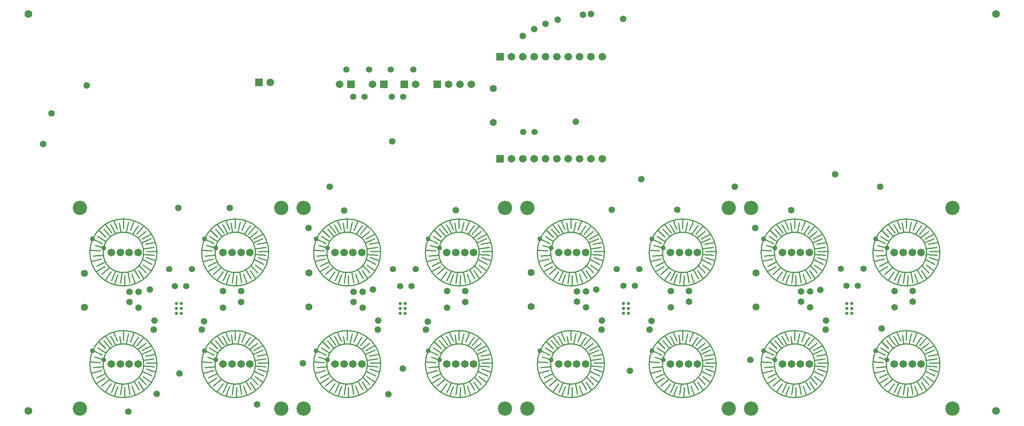
<source format=gbs>
G04 Layer_Color=16711935*
%FSLAX25Y25*%
%MOIN*%
G70*
G01*
G75*
%ADD13C,0.01000*%
%ADD34C,0.12611*%
%ADD35C,0.04343*%
%ADD36C,0.06706*%
%ADD37C,0.06312*%
%ADD38R,0.06706X0.06706*%
%ADD39C,0.06706*%
%ADD40C,0.05524*%
%ADD41C,0.06800*%
%ADD42C,0.05800*%
%ADD43C,0.02768*%
D13*
X988315Y284563D02*
G03*
X988315Y284563I-29527J0D01*
G01*
X976546Y284602D02*
G03*
X976546Y284602I-17758J0D01*
G01*
Y186177D02*
G03*
X976546Y186177I-17758J0D01*
G01*
X988315Y186138D02*
G03*
X988315Y186138I-29527J0D01*
G01*
X1074971Y284602D02*
G03*
X1074971Y284602I-17758J0D01*
G01*
X1086740Y284563D02*
G03*
X1086740Y284563I-29527J0D01*
G01*
X1074971Y186177D02*
G03*
X1074971Y186177I-17758J0D01*
G01*
X1086740Y186138D02*
G03*
X1086740Y186138I-29527J0D01*
G01*
X889740D02*
G03*
X889740Y186138I-29527J0D01*
G01*
X877971Y186177D02*
G03*
X877971Y186177I-17758J0D01*
G01*
X889740Y284563D02*
G03*
X889740Y284563I-29527J0D01*
G01*
X877971Y284602D02*
G03*
X877971Y284602I-17758J0D01*
G01*
X791315Y186138D02*
G03*
X791315Y186138I-29527J0D01*
G01*
X779546Y186177D02*
G03*
X779546Y186177I-17758J0D01*
G01*
Y284602D02*
G03*
X779546Y284602I-17758J0D01*
G01*
X791315Y284563D02*
G03*
X791315Y284563I-29527J0D01*
G01*
X594315D02*
G03*
X594315Y284563I-29527J0D01*
G01*
X582546Y284602D02*
G03*
X582546Y284602I-17758J0D01*
G01*
Y186177D02*
G03*
X582546Y186177I-17758J0D01*
G01*
X594315Y186138D02*
G03*
X594315Y186138I-29527J0D01*
G01*
X680971Y284602D02*
G03*
X680971Y284602I-17758J0D01*
G01*
X692740Y284563D02*
G03*
X692740Y284563I-29527J0D01*
G01*
X680971Y186177D02*
G03*
X680971Y186177I-17758J0D01*
G01*
X692740Y186138D02*
G03*
X692740Y186138I-29527J0D01*
G01*
X495740D02*
G03*
X495740Y186138I-29527J0D01*
G01*
X483971Y186177D02*
G03*
X483971Y186177I-17758J0D01*
G01*
X495740Y284563D02*
G03*
X495740Y284563I-29527J0D01*
G01*
X483971Y284602D02*
G03*
X483971Y284602I-17758J0D01*
G01*
X397315Y186138D02*
G03*
X397315Y186138I-29527J0D01*
G01*
X385546Y186177D02*
G03*
X385546Y186177I-17758J0D01*
G01*
Y284602D02*
G03*
X385546Y284602I-17758J0D01*
G01*
X397315Y284563D02*
G03*
X397315Y284563I-29527J0D01*
G01*
X948000Y161295D02*
X951898Y169405D01*
X948000Y259720D02*
X951898Y267831D01*
X1073079Y293145D02*
X1081622Y296964D01*
X947567Y309287D02*
X951937Y301492D01*
X947567Y210862D02*
X951937Y203067D01*
X1073512Y296571D02*
X1081504Y300862D01*
X1074811Y287949D02*
X1084024Y289208D01*
X1074693Y273618D02*
X1081583Y268500D01*
X976386Y287949D02*
X985599Y289208D01*
X1073512Y198145D02*
X1081504Y202437D01*
X1073866Y179957D02*
X1082252Y175823D01*
X1074969Y184445D02*
X1084260Y183815D01*
X1076465Y193303D02*
X1085284Y194957D01*
X975441Y179957D02*
X983827Y175823D01*
X976543Y184445D02*
X985835Y183815D01*
X978039Y193303D02*
X986858Y194957D01*
X1076465Y291728D02*
X1085284Y293382D01*
X978039Y291728D02*
X986858Y293382D01*
X1074969Y282870D02*
X1084260Y282240D01*
X1077567Y285626D02*
X1086583Y285508D01*
X979142Y285626D02*
X988158Y285508D01*
X976543Y282870D02*
X985835Y282240D01*
X1073866Y278382D02*
X1082252Y274248D01*
X1077095Y280153D02*
X1085441Y277476D01*
X978669Y280153D02*
X987016Y277476D01*
X975441Y278382D02*
X983827Y274248D01*
X1073079Y194720D02*
X1081622Y198539D01*
X1074811Y189523D02*
X1084024Y190783D01*
X1077567Y187201D02*
X1086583Y187082D01*
X976386Y189523D02*
X985599Y190783D01*
X979142Y187201D02*
X988158Y187082D01*
X1077095Y181728D02*
X1085441Y179051D01*
X978669Y181728D02*
X987016Y179051D01*
X1074693Y175193D02*
X1081583Y170075D01*
X931858Y296492D02*
X939969Y292437D01*
X936071Y200547D02*
X943394Y195705D01*
X942646Y161649D02*
X947921Y168933D01*
X942646Y260075D02*
X947921Y267358D01*
X974654Y293145D02*
X983197Y296964D01*
X955992Y159208D02*
X957370Y168382D01*
X962646Y168775D02*
X964457Y159523D01*
X968158Y171019D02*
X972508Y163572D01*
X972055Y170153D02*
X976780Y163145D01*
X955992Y257634D02*
X957370Y266807D01*
X962646Y267201D02*
X964457Y257949D01*
X1030284Y296492D02*
X1038394Y292437D01*
X1034496Y200547D02*
X1041819Y195705D01*
X1041071Y161649D02*
X1046347Y168933D01*
X1041071Y260075D02*
X1046347Y267358D01*
X1066583Y171019D02*
X1070952Y163539D01*
X1049142Y158067D02*
X1052134Y166649D01*
X1064496Y166925D02*
X1067567Y158854D01*
X1049142Y256492D02*
X1052134Y265075D01*
X1064496Y265350D02*
X1067567Y257279D01*
X942882Y309130D02*
X948591Y301728D01*
X936071Y298972D02*
X943394Y294130D01*
X933739Y290873D02*
X941386Y288421D01*
X935126Y272673D02*
X943000Y276374D01*
X939417Y265193D02*
X946780Y271413D01*
X942882Y210705D02*
X948591Y203303D01*
X937055Y205862D02*
X943039Y199917D01*
X933308Y192586D02*
X941386Y189996D01*
X935126Y174248D02*
X943000Y177949D01*
X939417Y166768D02*
X946780Y172988D01*
X934693Y169287D02*
X942370Y173815D01*
X975087Y296571D02*
X983079Y300862D01*
X970480D02*
X976622Y307870D01*
X966662Y300705D02*
X971937Y308224D01*
X955129Y310487D02*
X956504Y302201D01*
X972055Y268579D02*
X976780Y261571D01*
X976268Y273618D02*
X983158Y268500D01*
X968158Y269445D02*
X972756Y261925D01*
X972410Y273145D02*
X978512Y266768D01*
X971347Y199012D02*
X978512Y204642D01*
X966662Y202279D02*
X971937Y209799D01*
X955539Y210466D02*
X956504Y203775D01*
X975087Y198145D02*
X983079Y202437D01*
X970480D02*
X976622Y209445D01*
X972410Y174720D02*
X978512Y168342D01*
X1039732Y305193D02*
X1045874Y298421D01*
X1034496Y298972D02*
X1041819Y294130D01*
X1041307Y309130D02*
X1047016Y301728D01*
X1031779Y290997D02*
X1039811Y288421D01*
X1033551Y272673D02*
X1041425Y276374D01*
X1037843Y265193D02*
X1045205Y271413D01*
X1039732Y206768D02*
X1045874Y199996D01*
X1041307Y210705D02*
X1047016Y203303D01*
X1035480Y205862D02*
X1041465Y199917D01*
X1033551Y174248D02*
X1041425Y177949D01*
X1037843Y166768D02*
X1045205Y172988D01*
X1033118Y169287D02*
X1040795Y173815D01*
X1065087Y300705D02*
X1070362Y308224D01*
X1059417Y302319D02*
X1061543Y311295D01*
X1048630Y312712D02*
X1052016Y304957D01*
X1066583Y269445D02*
X1071137Y261648D01*
X1070835Y273145D02*
X1076937Y266768D01*
X1069772Y199012D02*
X1076937Y204642D01*
X1065087Y202279D02*
X1070362Y209799D01*
X1059417Y203894D02*
X1061543Y212870D01*
X1048630Y214287D02*
X1052016Y206531D01*
X1070835Y174720D02*
X1076937Y168342D01*
X937055Y304287D02*
X943039Y298342D01*
X929378Y286571D02*
X938394Y286019D01*
X932173Y281610D02*
X941228Y282201D01*
X930559Y276768D02*
X939536Y278775D01*
X934693Y267712D02*
X942370Y272240D01*
X931858Y198067D02*
X939969Y194012D01*
X929378Y188145D02*
X938394Y187594D01*
X932173Y183185D02*
X941228Y183775D01*
X930559Y178342D02*
X939536Y180350D01*
X971347Y297437D02*
X978512Y303067D01*
X974654Y194720D02*
X983197Y198539D01*
X976268Y175193D02*
X983158Y170075D01*
X1035480Y304287D02*
X1041465Y298342D01*
X1030599Y281610D02*
X1039654Y282201D01*
X1027803Y286571D02*
X1036819Y286019D01*
X1028984Y276768D02*
X1037961Y278775D01*
X1033118Y267712D02*
X1040795Y272240D01*
X1030284Y198067D02*
X1038394Y194012D01*
X1032853Y192227D02*
X1039811Y189996D01*
X1027803Y188145D02*
X1036819Y187594D01*
X1030599Y183185D02*
X1039654Y183775D01*
X1028984Y178342D02*
X1037961Y180350D01*
X1069772Y297437D02*
X1076937Y303067D01*
X950717Y158067D02*
X953709Y166649D01*
X950717Y256492D02*
X953709Y265075D01*
X959654Y156846D02*
X959929Y165626D01*
X959654Y255271D02*
X959929Y264051D01*
X966071Y166925D02*
X969142Y158854D01*
X966071Y265350D02*
X969142Y257279D01*
X1046425Y161295D02*
X1050323Y169405D01*
X1046425Y259720D02*
X1050323Y267831D01*
X1054417Y159208D02*
X1055795Y168382D01*
X1058079Y156846D02*
X1058354Y165626D01*
X1054417Y257634D02*
X1055795Y266807D01*
X1058079Y255271D02*
X1058354Y264051D01*
X1061071Y168775D02*
X1062882Y159523D01*
X1061071Y267201D02*
X1062882Y257949D01*
X1070480Y170153D02*
X1075205Y163145D01*
X941307Y305193D02*
X947449Y298421D01*
X941307Y206768D02*
X947449Y199996D01*
X950205Y312712D02*
X953591Y304957D01*
X950205Y214287D02*
X953591Y206531D01*
X958788Y305705D02*
Y314051D01*
X960992Y302319D02*
X963118Y311295D01*
X960992Y203894D02*
X963118Y212870D01*
X958788Y207279D02*
Y215626D01*
X964693Y304327D02*
X968000Y312279D01*
X964693Y205901D02*
X968000Y213854D01*
X1045992Y309287D02*
X1050362Y301492D01*
X1045992Y210862D02*
X1050362Y203067D01*
X1053569Y310394D02*
X1054929Y302201D01*
X1057213Y305705D02*
Y314051D01*
X1053756Y211925D02*
X1054929Y203775D01*
X1057213Y207279D02*
Y215626D01*
X1063118Y304327D02*
X1066425Y312279D01*
X1063118Y205901D02*
X1066425Y213854D01*
X1068906Y300862D02*
X1075047Y307870D01*
X1070480Y268579D02*
X1075205Y261571D01*
X1068906Y202437D02*
X1075047Y209445D01*
X871906Y202437D02*
X878047Y209445D01*
X873480Y268579D02*
X878205Y261571D01*
X871906Y300862D02*
X878047Y307870D01*
X866118Y205901D02*
X869425Y213854D01*
X866118Y304327D02*
X869425Y312279D01*
X860213Y207279D02*
Y215626D01*
X856756Y211925D02*
X857929Y203775D01*
X860213Y305705D02*
Y314051D01*
X856569Y310394D02*
X857929Y302201D01*
X848992Y210862D02*
X853362Y203067D01*
X848992Y309287D02*
X853362Y301492D01*
X767693Y205901D02*
X771000Y213854D01*
X767693Y304327D02*
X771000Y312279D01*
X761788Y207279D02*
Y215626D01*
X763992Y203894D02*
X766118Y212870D01*
X763992Y302319D02*
X766118Y311295D01*
X761788Y305705D02*
Y314051D01*
X753205Y214287D02*
X756591Y206531D01*
X753205Y312712D02*
X756591Y304957D01*
X744307Y206768D02*
X750449Y199996D01*
X744307Y305193D02*
X750449Y298421D01*
X873480Y170153D02*
X878205Y163145D01*
X864071Y267201D02*
X865882Y257949D01*
X864071Y168775D02*
X865882Y159523D01*
X861079Y255271D02*
X861354Y264051D01*
X857417Y257634D02*
X858795Y266807D01*
X861079Y156846D02*
X861354Y165626D01*
X857417Y159208D02*
X858795Y168382D01*
X849425Y259720D02*
X853323Y267831D01*
X849425Y161295D02*
X853323Y169405D01*
X769071Y265350D02*
X772142Y257279D01*
X769071Y166925D02*
X772142Y158854D01*
X762654Y255271D02*
X762929Y264051D01*
X762654Y156846D02*
X762929Y165626D01*
X753717Y256492D02*
X756709Y265075D01*
X753717Y158067D02*
X756709Y166649D01*
X872772Y297437D02*
X879937Y303067D01*
X831984Y178342D02*
X840961Y180350D01*
X833599Y183185D02*
X842654Y183775D01*
X830803Y188145D02*
X839819Y187594D01*
X835853Y192227D02*
X842811Y189996D01*
X833284Y198067D02*
X841394Y194012D01*
X836118Y267712D02*
X843795Y272240D01*
X831984Y276768D02*
X840961Y278775D01*
X830803Y286571D02*
X839819Y286019D01*
X833599Y281610D02*
X842654Y282201D01*
X838480Y304287D02*
X844465Y298342D01*
X779268Y175193D02*
X786158Y170075D01*
X777654Y194720D02*
X786197Y198539D01*
X774347Y297437D02*
X781512Y303067D01*
X733559Y178342D02*
X742536Y180350D01*
X735173Y183185D02*
X744228Y183775D01*
X732378Y188145D02*
X741394Y187594D01*
X734858Y198067D02*
X742969Y194012D01*
X737693Y267712D02*
X745370Y272240D01*
X733559Y276768D02*
X742536Y278775D01*
X735173Y281610D02*
X744228Y282201D01*
X732378Y286571D02*
X741394Y286019D01*
X740055Y304287D02*
X746039Y298342D01*
X873835Y174720D02*
X879937Y168342D01*
X851630Y214287D02*
X855016Y206531D01*
X862417Y203894D02*
X864543Y212870D01*
X868087Y202279D02*
X873362Y209799D01*
X872772Y199012D02*
X879937Y204642D01*
X873835Y273145D02*
X879937Y266768D01*
X869583Y269445D02*
X874137Y261648D01*
X851630Y312712D02*
X855016Y304957D01*
X862417Y302319D02*
X864543Y311295D01*
X868087Y300705D02*
X873362Y308224D01*
X836118Y169287D02*
X843795Y173815D01*
X840843Y166768D02*
X848205Y172988D01*
X836551Y174248D02*
X844425Y177949D01*
X838480Y205862D02*
X844465Y199917D01*
X844307Y210705D02*
X850016Y203303D01*
X842732Y206768D02*
X848874Y199996D01*
X840843Y265193D02*
X848205Y271413D01*
X836551Y272673D02*
X844425Y276374D01*
X834779Y290997D02*
X842811Y288421D01*
X844307Y309130D02*
X850016Y301728D01*
X837496Y298972D02*
X844819Y294130D01*
X842732Y305193D02*
X848874Y298421D01*
X775410Y174720D02*
X781512Y168342D01*
X773480Y202437D02*
X779622Y209445D01*
X778087Y198145D02*
X786079Y202437D01*
X758539Y210466D02*
X759504Y203775D01*
X769662Y202279D02*
X774937Y209799D01*
X774347Y199012D02*
X781512Y204642D01*
X775410Y273145D02*
X781512Y266768D01*
X771158Y269445D02*
X775756Y261925D01*
X779268Y273618D02*
X786158Y268500D01*
X775055Y268579D02*
X779780Y261571D01*
X758129Y310487D02*
X759504Y302201D01*
X769662Y300705D02*
X774937Y308224D01*
X773480Y300862D02*
X779622Y307870D01*
X778087Y296571D02*
X786079Y300862D01*
X737693Y169287D02*
X745370Y173815D01*
X742417Y166768D02*
X749780Y172988D01*
X738126Y174248D02*
X746000Y177949D01*
X736308Y192586D02*
X744386Y189996D01*
X740055Y205862D02*
X746039Y199917D01*
X745882Y210705D02*
X751591Y203303D01*
X742417Y265193D02*
X749780Y271413D01*
X738126Y272673D02*
X746000Y276374D01*
X736739Y290873D02*
X744386Y288421D01*
X739071Y298972D02*
X746394Y294130D01*
X745882Y309130D02*
X751591Y301728D01*
X867496Y265350D02*
X870567Y257279D01*
X852142Y256492D02*
X855134Y265075D01*
X867496Y166925D02*
X870567Y158854D01*
X852142Y158067D02*
X855134Y166649D01*
X869583Y171019D02*
X873952Y163539D01*
X844071Y260075D02*
X849347Y267358D01*
X844071Y161649D02*
X849347Y168933D01*
X837496Y200547D02*
X844819Y195705D01*
X833284Y296492D02*
X841394Y292437D01*
X765646Y267201D02*
X767457Y257949D01*
X758992Y257634D02*
X760370Y266807D01*
X775055Y170153D02*
X779780Y163145D01*
X771158Y171019D02*
X775508Y163572D01*
X765646Y168775D02*
X767457Y159523D01*
X758992Y159208D02*
X760370Y168382D01*
X777654Y293145D02*
X786197Y296964D01*
X745646Y260075D02*
X750921Y267358D01*
X745646Y161649D02*
X750921Y168933D01*
X739071Y200547D02*
X746394Y195705D01*
X734858Y296492D02*
X742969Y292437D01*
X877693Y175193D02*
X884583Y170075D01*
X781669Y181728D02*
X790016Y179051D01*
X880095Y181728D02*
X888441Y179051D01*
X782142Y187201D02*
X791158Y187082D01*
X779386Y189523D02*
X788599Y190783D01*
X880567Y187201D02*
X889583Y187082D01*
X877811Y189523D02*
X887024Y190783D01*
X876079Y194720D02*
X884622Y198539D01*
X778441Y278382D02*
X786827Y274248D01*
X781669Y280153D02*
X790016Y277476D01*
X880095Y280153D02*
X888441Y277476D01*
X876866Y278382D02*
X885252Y274248D01*
X779543Y282870D02*
X788835Y282240D01*
X782142Y285626D02*
X791158Y285508D01*
X880567Y285626D02*
X889583Y285508D01*
X877969Y282870D02*
X887260Y282240D01*
X781039Y291728D02*
X789858Y293382D01*
X879465Y291728D02*
X888284Y293382D01*
X781039Y193303D02*
X789858Y194957D01*
X779543Y184445D02*
X788835Y183815D01*
X778441Y179957D02*
X786827Y175823D01*
X879465Y193303D02*
X888284Y194957D01*
X877969Y184445D02*
X887260Y183815D01*
X876866Y179957D02*
X885252Y175823D01*
X876512Y198145D02*
X884504Y202437D01*
X779386Y287949D02*
X788599Y289208D01*
X877693Y273618D02*
X884583Y268500D01*
X877811Y287949D02*
X887024Y289208D01*
X876512Y296571D02*
X884504Y300862D01*
X750567Y210862D02*
X754937Y203067D01*
X750567Y309287D02*
X754937Y301492D01*
X876079Y293145D02*
X884622Y296964D01*
X751000Y259720D02*
X754898Y267831D01*
X751000Y161295D02*
X754898Y169405D01*
X554000Y161295D02*
X557898Y169405D01*
X554000Y259720D02*
X557898Y267831D01*
X679079Y293145D02*
X687622Y296964D01*
X553567Y309287D02*
X557937Y301492D01*
X553567Y210862D02*
X557937Y203067D01*
X679512Y296571D02*
X687504Y300862D01*
X680811Y287949D02*
X690024Y289208D01*
X680693Y273618D02*
X687583Y268500D01*
X582386Y287949D02*
X591599Y289208D01*
X679512Y198145D02*
X687504Y202437D01*
X679866Y179957D02*
X688252Y175823D01*
X680969Y184445D02*
X690260Y183815D01*
X682465Y193303D02*
X691284Y194957D01*
X581441Y179957D02*
X589827Y175823D01*
X582543Y184445D02*
X591835Y183815D01*
X584039Y193303D02*
X592858Y194957D01*
X682465Y291728D02*
X691284Y293382D01*
X584039Y291728D02*
X592858Y293382D01*
X680969Y282870D02*
X690260Y282240D01*
X683567Y285626D02*
X692583Y285508D01*
X585142Y285626D02*
X594158Y285508D01*
X582543Y282870D02*
X591835Y282240D01*
X679866Y278382D02*
X688252Y274248D01*
X683095Y280153D02*
X691441Y277476D01*
X584669Y280153D02*
X593016Y277476D01*
X581441Y278382D02*
X589827Y274248D01*
X679079Y194720D02*
X687622Y198539D01*
X680811Y189523D02*
X690024Y190783D01*
X683567Y187201D02*
X692583Y187082D01*
X582386Y189523D02*
X591599Y190783D01*
X585142Y187201D02*
X594158Y187082D01*
X683095Y181728D02*
X691441Y179051D01*
X584669Y181728D02*
X593016Y179051D01*
X680693Y175193D02*
X687583Y170075D01*
X537858Y296492D02*
X545969Y292437D01*
X542071Y200547D02*
X549394Y195705D01*
X548646Y161649D02*
X553921Y168933D01*
X548646Y260075D02*
X553921Y267358D01*
X580654Y293145D02*
X589197Y296964D01*
X561992Y159208D02*
X563370Y168382D01*
X568646Y168775D02*
X570457Y159523D01*
X574158Y171019D02*
X578508Y163572D01*
X578055Y170153D02*
X582780Y163145D01*
X561992Y257634D02*
X563370Y266807D01*
X568646Y267201D02*
X570457Y257949D01*
X636284Y296492D02*
X644394Y292437D01*
X640496Y200547D02*
X647819Y195705D01*
X647071Y161649D02*
X652347Y168933D01*
X647071Y260075D02*
X652347Y267358D01*
X672583Y171019D02*
X676952Y163539D01*
X655142Y158067D02*
X658134Y166649D01*
X670496Y166925D02*
X673567Y158854D01*
X655142Y256492D02*
X658134Y265075D01*
X670496Y265350D02*
X673567Y257279D01*
X548882Y309130D02*
X554591Y301728D01*
X542071Y298972D02*
X549394Y294130D01*
X539739Y290873D02*
X547386Y288421D01*
X541126Y272673D02*
X549000Y276374D01*
X545417Y265193D02*
X552780Y271413D01*
X548882Y210705D02*
X554591Y203303D01*
X543055Y205862D02*
X549039Y199917D01*
X539308Y192586D02*
X547386Y189996D01*
X541126Y174248D02*
X549000Y177949D01*
X545417Y166768D02*
X552780Y172988D01*
X540693Y169287D02*
X548370Y173815D01*
X581087Y296571D02*
X589079Y300862D01*
X576480D02*
X582622Y307870D01*
X572662Y300705D02*
X577937Y308224D01*
X561129Y310487D02*
X562504Y302201D01*
X578055Y268579D02*
X582780Y261571D01*
X582268Y273618D02*
X589158Y268500D01*
X574158Y269445D02*
X578756Y261925D01*
X578410Y273145D02*
X584512Y266768D01*
X577347Y199012D02*
X584512Y204642D01*
X572662Y202279D02*
X577937Y209799D01*
X561539Y210466D02*
X562504Y203775D01*
X581087Y198145D02*
X589079Y202437D01*
X576480D02*
X582622Y209445D01*
X578410Y174720D02*
X584512Y168342D01*
X645732Y305193D02*
X651874Y298421D01*
X640496Y298972D02*
X647819Y294130D01*
X647307Y309130D02*
X653016Y301728D01*
X637779Y290997D02*
X645811Y288421D01*
X639551Y272673D02*
X647425Y276374D01*
X643843Y265193D02*
X651205Y271413D01*
X645732Y206768D02*
X651874Y199996D01*
X647307Y210705D02*
X653016Y203303D01*
X641480Y205862D02*
X647465Y199917D01*
X639551Y174248D02*
X647425Y177949D01*
X643843Y166768D02*
X651205Y172988D01*
X639118Y169287D02*
X646795Y173815D01*
X671087Y300705D02*
X676362Y308224D01*
X665417Y302319D02*
X667543Y311295D01*
X654630Y312712D02*
X658016Y304957D01*
X672583Y269445D02*
X677137Y261648D01*
X676835Y273145D02*
X682937Y266768D01*
X675772Y199012D02*
X682937Y204642D01*
X671087Y202279D02*
X676362Y209799D01*
X665417Y203894D02*
X667543Y212870D01*
X654630Y214287D02*
X658016Y206531D01*
X676835Y174720D02*
X682937Y168342D01*
X543055Y304287D02*
X549039Y298342D01*
X535378Y286571D02*
X544394Y286019D01*
X538173Y281610D02*
X547228Y282201D01*
X536559Y276768D02*
X545536Y278775D01*
X540693Y267712D02*
X548370Y272240D01*
X537858Y198067D02*
X545969Y194012D01*
X535378Y188145D02*
X544394Y187594D01*
X538173Y183185D02*
X547228Y183775D01*
X536559Y178342D02*
X545536Y180350D01*
X577347Y297437D02*
X584512Y303067D01*
X580654Y194720D02*
X589197Y198539D01*
X582268Y175193D02*
X589158Y170075D01*
X641480Y304287D02*
X647465Y298342D01*
X636599Y281610D02*
X645654Y282201D01*
X633803Y286571D02*
X642819Y286019D01*
X634984Y276768D02*
X643961Y278775D01*
X639118Y267712D02*
X646795Y272240D01*
X636284Y198067D02*
X644394Y194012D01*
X638853Y192227D02*
X645811Y189996D01*
X633803Y188145D02*
X642819Y187594D01*
X636599Y183185D02*
X645654Y183775D01*
X634984Y178342D02*
X643961Y180350D01*
X675772Y297437D02*
X682937Y303067D01*
X556717Y158067D02*
X559709Y166649D01*
X556717Y256492D02*
X559709Y265075D01*
X565654Y156846D02*
X565929Y165626D01*
X565654Y255271D02*
X565929Y264051D01*
X572071Y166925D02*
X575142Y158854D01*
X572071Y265350D02*
X575142Y257279D01*
X652425Y161295D02*
X656323Y169405D01*
X652425Y259720D02*
X656323Y267831D01*
X660417Y159208D02*
X661795Y168382D01*
X664079Y156846D02*
X664354Y165626D01*
X660417Y257634D02*
X661795Y266807D01*
X664079Y255271D02*
X664354Y264051D01*
X667071Y168775D02*
X668882Y159523D01*
X667071Y267201D02*
X668882Y257949D01*
X676480Y170153D02*
X681205Y163145D01*
X547307Y305193D02*
X553449Y298421D01*
X547307Y206768D02*
X553449Y199996D01*
X556205Y312712D02*
X559591Y304957D01*
X556205Y214287D02*
X559591Y206531D01*
X564788Y305705D02*
Y314051D01*
X566992Y302319D02*
X569118Y311295D01*
X566992Y203894D02*
X569118Y212870D01*
X564788Y207279D02*
Y215626D01*
X570693Y304327D02*
X574000Y312279D01*
X570693Y205901D02*
X574000Y213854D01*
X651992Y309287D02*
X656362Y301492D01*
X651992Y210862D02*
X656362Y203067D01*
X659569Y310394D02*
X660929Y302201D01*
X663213Y305705D02*
Y314051D01*
X659756Y211925D02*
X660929Y203775D01*
X663213Y207279D02*
Y215626D01*
X669118Y304327D02*
X672425Y312279D01*
X669118Y205901D02*
X672425Y213854D01*
X674906Y300862D02*
X681047Y307870D01*
X676480Y268579D02*
X681205Y261571D01*
X674906Y202437D02*
X681047Y209445D01*
X477906Y202437D02*
X484047Y209445D01*
X479480Y268579D02*
X484205Y261571D01*
X477906Y300862D02*
X484047Y307870D01*
X472118Y205901D02*
X475425Y213854D01*
X472118Y304327D02*
X475425Y312279D01*
X466213Y207279D02*
Y215626D01*
X462756Y211925D02*
X463929Y203775D01*
X466213Y305705D02*
Y314051D01*
X462569Y310394D02*
X463929Y302201D01*
X454992Y210862D02*
X459362Y203067D01*
X454992Y309287D02*
X459362Y301492D01*
X373693Y205901D02*
X377000Y213854D01*
X373693Y304327D02*
X377000Y312279D01*
X367788Y207279D02*
Y215626D01*
X369992Y203894D02*
X372118Y212870D01*
X369992Y302319D02*
X372118Y311295D01*
X367788Y305705D02*
Y314051D01*
X359205Y214287D02*
X362591Y206531D01*
X359205Y312712D02*
X362591Y304957D01*
X350307Y206768D02*
X356449Y199996D01*
X350307Y305193D02*
X356449Y298421D01*
X479480Y170153D02*
X484205Y163145D01*
X470071Y267201D02*
X471882Y257949D01*
X470071Y168775D02*
X471882Y159523D01*
X467079Y255271D02*
X467354Y264051D01*
X463417Y257634D02*
X464795Y266807D01*
X467079Y156846D02*
X467354Y165626D01*
X463417Y159208D02*
X464795Y168382D01*
X455425Y259720D02*
X459323Y267831D01*
X455425Y161295D02*
X459323Y169405D01*
X375071Y265350D02*
X378142Y257279D01*
X375071Y166925D02*
X378142Y158854D01*
X368654Y255271D02*
X368929Y264051D01*
X368654Y156846D02*
X368929Y165626D01*
X359717Y256492D02*
X362709Y265075D01*
X359717Y158067D02*
X362709Y166649D01*
X478772Y297437D02*
X485937Y303067D01*
X437984Y178342D02*
X446961Y180350D01*
X439599Y183185D02*
X448654Y183775D01*
X436803Y188145D02*
X445819Y187594D01*
X441853Y192227D02*
X448811Y189996D01*
X439284Y198067D02*
X447394Y194012D01*
X442118Y267712D02*
X449795Y272240D01*
X437984Y276768D02*
X446961Y278775D01*
X436803Y286571D02*
X445819Y286019D01*
X439599Y281610D02*
X448654Y282201D01*
X444480Y304287D02*
X450465Y298342D01*
X385268Y175193D02*
X392158Y170075D01*
X383654Y194720D02*
X392197Y198539D01*
X380347Y297437D02*
X387512Y303067D01*
X339559Y178342D02*
X348536Y180350D01*
X341173Y183185D02*
X350228Y183775D01*
X338378Y188145D02*
X347394Y187594D01*
X340858Y198067D02*
X348969Y194012D01*
X343693Y267712D02*
X351370Y272240D01*
X339559Y276768D02*
X348536Y278775D01*
X341173Y281610D02*
X350228Y282201D01*
X338378Y286571D02*
X347394Y286019D01*
X346055Y304287D02*
X352039Y298342D01*
X479835Y174720D02*
X485937Y168342D01*
X457630Y214287D02*
X461016Y206531D01*
X468417Y203894D02*
X470543Y212870D01*
X474087Y202279D02*
X479362Y209799D01*
X478772Y199012D02*
X485937Y204642D01*
X479835Y273145D02*
X485937Y266768D01*
X475583Y269445D02*
X480137Y261648D01*
X457630Y312712D02*
X461016Y304957D01*
X468417Y302319D02*
X470543Y311295D01*
X474087Y300705D02*
X479362Y308224D01*
X442118Y169287D02*
X449795Y173815D01*
X446843Y166768D02*
X454205Y172988D01*
X442551Y174248D02*
X450425Y177949D01*
X444480Y205862D02*
X450465Y199917D01*
X450307Y210705D02*
X456016Y203303D01*
X448732Y206768D02*
X454874Y199996D01*
X446843Y265193D02*
X454205Y271413D01*
X442551Y272673D02*
X450425Y276374D01*
X440779Y290997D02*
X448811Y288421D01*
X450307Y309130D02*
X456016Y301728D01*
X443496Y298972D02*
X450819Y294130D01*
X448732Y305193D02*
X454874Y298421D01*
X381410Y174720D02*
X387512Y168342D01*
X379480Y202437D02*
X385622Y209445D01*
X384087Y198145D02*
X392079Y202437D01*
X364539Y210466D02*
X365504Y203775D01*
X375662Y202279D02*
X380937Y209799D01*
X380347Y199012D02*
X387512Y204642D01*
X381410Y273145D02*
X387512Y266768D01*
X377158Y269445D02*
X381756Y261925D01*
X385268Y273618D02*
X392158Y268500D01*
X381055Y268579D02*
X385780Y261571D01*
X364129Y310487D02*
X365504Y302201D01*
X375662Y300705D02*
X380937Y308224D01*
X379480Y300862D02*
X385622Y307870D01*
X384087Y296571D02*
X392079Y300862D01*
X343693Y169287D02*
X351370Y173815D01*
X348417Y166768D02*
X355780Y172988D01*
X344126Y174248D02*
X352000Y177949D01*
X342308Y192586D02*
X350386Y189996D01*
X346055Y205862D02*
X352039Y199917D01*
X351882Y210705D02*
X357591Y203303D01*
X348417Y265193D02*
X355780Y271413D01*
X344126Y272673D02*
X352000Y276374D01*
X342739Y290873D02*
X350386Y288421D01*
X345071Y298972D02*
X352394Y294130D01*
X351882Y309130D02*
X357591Y301728D01*
X473496Y265350D02*
X476567Y257279D01*
X458142Y256492D02*
X461134Y265075D01*
X473496Y166925D02*
X476567Y158854D01*
X458142Y158067D02*
X461134Y166649D01*
X475583Y171019D02*
X479952Y163539D01*
X450071Y260075D02*
X455347Y267358D01*
X450071Y161649D02*
X455347Y168933D01*
X443496Y200547D02*
X450819Y195705D01*
X439284Y296492D02*
X447394Y292437D01*
X371646Y267201D02*
X373457Y257949D01*
X364992Y257634D02*
X366370Y266807D01*
X381055Y170153D02*
X385780Y163145D01*
X377158Y171019D02*
X381508Y163572D01*
X371646Y168775D02*
X373457Y159523D01*
X364992Y159208D02*
X366370Y168382D01*
X383654Y293145D02*
X392197Y296964D01*
X351646Y260075D02*
X356921Y267358D01*
X351646Y161649D02*
X356921Y168933D01*
X345071Y200547D02*
X352394Y195705D01*
X340858Y296492D02*
X348969Y292437D01*
X483693Y175193D02*
X490583Y170075D01*
X387669Y181728D02*
X396016Y179051D01*
X486095Y181728D02*
X494441Y179051D01*
X388142Y187201D02*
X397158Y187082D01*
X385386Y189523D02*
X394599Y190783D01*
X486567Y187201D02*
X495583Y187082D01*
X483811Y189523D02*
X493024Y190783D01*
X482079Y194720D02*
X490622Y198539D01*
X384441Y278382D02*
X392827Y274248D01*
X387669Y280153D02*
X396016Y277476D01*
X486095Y280153D02*
X494441Y277476D01*
X482866Y278382D02*
X491252Y274248D01*
X385543Y282870D02*
X394835Y282240D01*
X388142Y285626D02*
X397158Y285508D01*
X486567Y285626D02*
X495583Y285508D01*
X483969Y282870D02*
X493260Y282240D01*
X387039Y291728D02*
X395858Y293382D01*
X485465Y291728D02*
X494284Y293382D01*
X387039Y193303D02*
X395858Y194957D01*
X385543Y184445D02*
X394835Y183815D01*
X384441Y179957D02*
X392827Y175823D01*
X485465Y193303D02*
X494284Y194957D01*
X483969Y184445D02*
X493260Y183815D01*
X482866Y179957D02*
X491252Y175823D01*
X482512Y198145D02*
X490504Y202437D01*
X385386Y287949D02*
X394599Y289208D01*
X483693Y273618D02*
X490583Y268500D01*
X483811Y287949D02*
X493024Y289208D01*
X482512Y296571D02*
X490504Y300862D01*
X356567Y210862D02*
X360937Y203067D01*
X356567Y309287D02*
X360937Y301492D01*
X482079Y293145D02*
X490622Y296964D01*
X357000Y259720D02*
X360898Y267831D01*
X357000Y161295D02*
X360898Y169405D01*
D34*
X1097764Y146768D02*
D03*
Y323933D02*
D03*
X920599D02*
D03*
Y146768D02*
D03*
X723599D02*
D03*
Y323933D02*
D03*
X900764D02*
D03*
Y146768D02*
D03*
X703764D02*
D03*
Y323933D02*
D03*
X526599D02*
D03*
Y146768D02*
D03*
X329599D02*
D03*
Y323933D02*
D03*
X506764D02*
D03*
Y146768D02*
D03*
D35*
X1030000Y198000D02*
D03*
X1040000Y190000D02*
D03*
X931575Y198000D02*
D03*
X941575Y190000D02*
D03*
X1030000Y296425D02*
D03*
X1040000Y288425D02*
D03*
X931575Y296425D02*
D03*
X941575Y288425D02*
D03*
X744575D02*
D03*
X734575Y296425D02*
D03*
X843000Y288425D02*
D03*
X833000Y296425D02*
D03*
X744575Y190000D02*
D03*
X734575Y198000D02*
D03*
X843000Y190000D02*
D03*
X833000Y198000D02*
D03*
X636000D02*
D03*
X646000Y190000D02*
D03*
X537575Y198000D02*
D03*
X547575Y190000D02*
D03*
X636000Y296425D02*
D03*
X646000Y288425D02*
D03*
X537575Y296425D02*
D03*
X547575Y288425D02*
D03*
X350575D02*
D03*
X340575Y296425D02*
D03*
X449000Y288425D02*
D03*
X439000Y296425D02*
D03*
X350575Y190000D02*
D03*
X340575Y198000D02*
D03*
X449000Y190000D02*
D03*
X439000Y198000D02*
D03*
D36*
X1046583Y186138D02*
D03*
X1070205D02*
D03*
X1062331D02*
D03*
X1054457D02*
D03*
X948158D02*
D03*
X971780D02*
D03*
X963906D02*
D03*
X956032D02*
D03*
X1046583Y284563D02*
D03*
X1070205D02*
D03*
X1062331D02*
D03*
X1054457D02*
D03*
X948158D02*
D03*
X971780D02*
D03*
X963906D02*
D03*
X956032D02*
D03*
X759032D02*
D03*
X766906D02*
D03*
X774780D02*
D03*
X751158D02*
D03*
X857457D02*
D03*
X865331D02*
D03*
X873205D02*
D03*
X849583D02*
D03*
X759032Y186138D02*
D03*
X766906D02*
D03*
X774780D02*
D03*
X751158D02*
D03*
X857457D02*
D03*
X865331D02*
D03*
X873205D02*
D03*
X849583D02*
D03*
X652583D02*
D03*
X676205D02*
D03*
X668331D02*
D03*
X660457D02*
D03*
X554158D02*
D03*
X577780D02*
D03*
X569906D02*
D03*
X562032D02*
D03*
X652583Y284563D02*
D03*
X676205D02*
D03*
X668331D02*
D03*
X660457D02*
D03*
X554158D02*
D03*
X577780D02*
D03*
X569906D02*
D03*
X562032D02*
D03*
X365032D02*
D03*
X372906D02*
D03*
X380780D02*
D03*
X357158D02*
D03*
X463457D02*
D03*
X471331D02*
D03*
X479205D02*
D03*
X455583D02*
D03*
X365032Y186138D02*
D03*
X372906D02*
D03*
X380780D02*
D03*
X357158D02*
D03*
X463457D02*
D03*
X471331D02*
D03*
X479205D02*
D03*
X455583D02*
D03*
D37*
X924900Y236400D02*
D03*
Y266400D02*
D03*
X531000Y236500D02*
D03*
Y266500D02*
D03*
X726900Y266700D02*
D03*
Y236700D02*
D03*
X693600Y399100D02*
D03*
Y429100D02*
D03*
X333600Y236200D02*
D03*
Y266200D02*
D03*
D38*
X644100Y432800D02*
D03*
X699600Y367100D02*
D03*
X487200Y434400D02*
D03*
X568000Y433000D02*
D03*
X597000D02*
D03*
X615000D02*
D03*
X699600Y457100D02*
D03*
D39*
X654100Y432800D02*
D03*
X664100D02*
D03*
X674100D02*
D03*
X719600Y367100D02*
D03*
X789600D02*
D03*
X779600D02*
D03*
X769600D02*
D03*
X759600D02*
D03*
X749600D02*
D03*
X739600D02*
D03*
X729600D02*
D03*
X709600D02*
D03*
X497200Y434400D02*
D03*
X558000Y433000D02*
D03*
X587000D02*
D03*
X625000D02*
D03*
X719600Y457100D02*
D03*
X789600D02*
D03*
X779600D02*
D03*
X769600D02*
D03*
X759600D02*
D03*
X749600D02*
D03*
X739600D02*
D03*
X729600D02*
D03*
X709600D02*
D03*
D40*
X605100Y270000D02*
D03*
X625100D02*
D03*
X408000D02*
D03*
X428000D02*
D03*
X584000Y446000D02*
D03*
X564000D02*
D03*
X570000Y422000D02*
D03*
X580000D02*
D03*
X623000Y446000D02*
D03*
X603000D02*
D03*
X729700Y390900D02*
D03*
X719700D02*
D03*
X423000Y255000D02*
D03*
X413000D02*
D03*
X621467D02*
D03*
X611467D02*
D03*
X818100Y255200D02*
D03*
X808100D02*
D03*
X614000Y422000D02*
D03*
X604000D02*
D03*
X1014300Y255100D02*
D03*
X1004300D02*
D03*
X999500Y270200D02*
D03*
X1019500D02*
D03*
X802200Y270000D02*
D03*
X822200D02*
D03*
D41*
X1136000Y495000D02*
D03*
Y145000D02*
D03*
X284000D02*
D03*
Y495000D02*
D03*
D42*
X335600Y431700D02*
D03*
X297100Y380300D02*
D03*
X397200Y159700D02*
D03*
X372100Y144200D02*
D03*
X601100Y159400D02*
D03*
X613700Y182300D02*
D03*
X779300Y494700D02*
D03*
X304300Y407100D02*
D03*
X485500Y150400D02*
D03*
X525900Y186900D02*
D03*
X455500Y250500D02*
D03*
X417000Y177900D02*
D03*
X416200Y323700D02*
D03*
X855600Y322100D02*
D03*
X797700D02*
D03*
X1034050Y342450D02*
D03*
X906000Y342400D02*
D03*
X660332Y321868D02*
D03*
X924000Y306100D02*
D03*
X955832Y321768D02*
D03*
X530800Y306100D02*
D03*
X562032Y321368D02*
D03*
X461400Y323700D02*
D03*
X549550Y342350D02*
D03*
X832700Y224100D02*
D03*
X635900Y223600D02*
D03*
X438700Y224000D02*
D03*
X986600Y224666D02*
D03*
X986200Y216600D02*
D03*
X789100Y224466D02*
D03*
X788700Y216400D02*
D03*
X831000D02*
D03*
X592200Y224466D02*
D03*
X591800Y216400D02*
D03*
X634100D02*
D03*
X436900D02*
D03*
X394600D02*
D03*
X395000Y224466D02*
D03*
X1062800Y250600D02*
D03*
X981500Y251500D02*
D03*
X784200Y251900D02*
D03*
X391000Y251700D02*
D03*
X587600Y251800D02*
D03*
X972300Y250100D02*
D03*
X964300Y241100D02*
D03*
X1046800Y250600D02*
D03*
X972300Y236100D02*
D03*
X1062800Y241100D02*
D03*
X1046800Y236100D02*
D03*
X964300Y250100D02*
D03*
X775200D02*
D03*
X767200Y241100D02*
D03*
X849700Y250600D02*
D03*
X865700D02*
D03*
X775200Y236100D02*
D03*
X865700Y241100D02*
D03*
X849700Y236100D02*
D03*
X767200Y250100D02*
D03*
X578300Y250000D02*
D03*
X570300Y241000D02*
D03*
X652800Y250500D02*
D03*
X668800D02*
D03*
X578300Y236000D02*
D03*
X668800Y241000D02*
D03*
X652800Y236000D02*
D03*
X570300Y250000D02*
D03*
X373000D02*
D03*
X455500Y236000D02*
D03*
X471500Y241000D02*
D03*
X381000Y236000D02*
D03*
X471500Y250500D02*
D03*
X373000Y241000D02*
D03*
X381000Y250000D02*
D03*
X772400Y494300D02*
D03*
X807900Y490400D02*
D03*
X750100Y490000D02*
D03*
X813700Y180300D02*
D03*
X739300Y486100D02*
D03*
X919800Y190000D02*
D03*
X729600Y481400D02*
D03*
X1035600Y217400D02*
D03*
X719400Y475400D02*
D03*
X604300Y382400D02*
D03*
X823800Y349200D02*
D03*
X994500Y353500D02*
D03*
X766000Y400000D02*
D03*
D43*
X418945Y239374D02*
D03*
X414614Y235043D02*
D03*
X418945Y230713D02*
D03*
Y235043D02*
D03*
X414614Y239374D02*
D03*
Y230713D02*
D03*
X611395D02*
D03*
X615725D02*
D03*
X808175Y239374D02*
D03*
X812506D02*
D03*
X808175Y230713D02*
D03*
X812506D02*
D03*
X1004955Y239374D02*
D03*
Y235043D02*
D03*
Y230713D02*
D03*
X812506Y235043D02*
D03*
X808175D02*
D03*
X1009286Y230713D02*
D03*
Y235043D02*
D03*
Y239374D02*
D03*
X611395Y239374D02*
D03*
X615725Y235043D02*
D03*
Y239374D02*
D03*
X611395Y235043D02*
D03*
M02*

</source>
